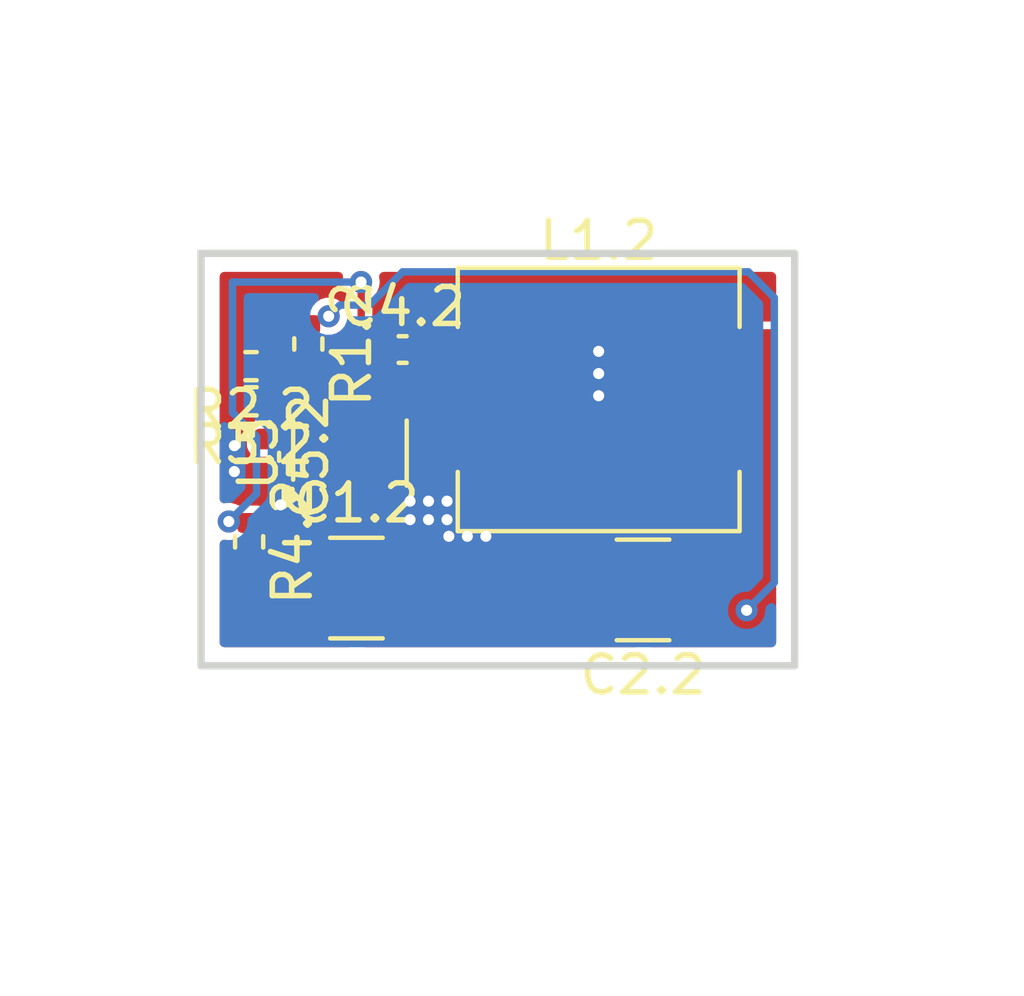
<source format=kicad_pcb>
(kicad_pcb (version 20240108) (generator "pcbnew") (generator_version "8.0")
  (layers (0 "F.Cu" signal) (31 "B.Cu" signal) (34 "B.Paste" user) (35 "F.Paste" user) (36 "B.SilkS" user "B.Silkscreen") (37 "F.SilkS" user "F.Silkscreen") (38 "B.Mask" user) (39 "F.Mask" user) (44 "Edge.Cuts" user))
  (net 0 "")
  (net 1 "GND")
  (net 2 "VIN")
  (net 3 "EN{slash}SYNC")
  (net 4 "VOUT")
  (net 5 "Net-(U1-SW)")
  (net 6 "Net-(U1-BST)")
  (net 7 "Net-(U1-VCC)")
  (net 8 "Net-(U1-FB)")
  (footprint "Inductor_SMD:L_KOHERelec_MDA7030" (layer "F.Cu") (at 158 92.55)
    (property "Reference" "L1.2" (at 0 -4.3 0) (layer "F.SilkS"))
    (property "Value" "4.7uH")
    (fp_line (start -3.81 -3.56) (end -3.81 -1.96) (stroke (width 0.12)) (layer "F.SilkS"))
    (fp_line (start -3.81 -3.56) (end 3.81 -3.56) (stroke (width 0.12)) (layer "F.SilkS"))
    (fp_line (start -3.81 3.56) (end -3.81 1.96) (stroke (width 0.12)) (layer "F.SilkS"))
    (fp_line (start -3.81 3.56) (end 3.81 3.56) (stroke (width 0.12)) (layer "F.SilkS"))
    (fp_line (start 3.81 -3.56) (end 3.81 -1.96) (stroke (width 0.12)) (layer "F.SilkS"))
    (fp_line (start 3.81 3.56) (end 3.81 1.96) (stroke (width 0.12)) (layer "F.SilkS"))
    (pad "1" smd roundrect (at -2.85 0) (size 2.3 3.4) (layers "F.Cu" "F.Paste" "F.Mask") (roundrect_rratio 0.108696) (net 5 "Net-(U1-SW)"))
    (pad "2" smd roundrect (at 2.85 0) (size 2.3 3.4) (layers "F.Cu" "F.Paste" "F.Mask") (roundrect_rratio 0.108696) (net 4 "VOUT"))
  )
  (footprint "Resistor_SMD:R_0402_1005Metric" (layer "F.Cu") (at 148.6 91.65 180)
    (property "Reference" "R2.2" (at 0 -1.17 180) (layer "F.SilkS"))
    (property "Value" "8.87K")
    (fp_line (start -0.153641 0.38) (end 0.153641 0.38) (stroke (width 0.12)) (layer "F.SilkS"))
    (fp_line (start -0.153641 -0.38) (end 0.153641 -0.38) (stroke (width 0.12)) (layer "F.SilkS"))
    (pad "1" smd roundrect (at -0.51 0 180) (size 0.54 0.64) (layers "F.Cu" "F.Paste" "F.Mask") (net 8 "Net-(U1-FB)"))
    (pad "2" smd roundrect (at 0.51 0 180) (size 0.54 0.64) (layers "F.Cu" "F.Paste" "F.Mask") (net 1 "GND"))
  )
  (footprint "Capacitor_SMD:C_1210_3225Metric" (layer "F.Cu") (at 159.2 97.7 180)
    (property "Reference" "C2.2" (at 0 -2.3 0) (layer "F.SilkS"))
    (property "Value" "22uF")
    (fp_line (start -0.711252 1.36) (end 0.711252 1.36) (stroke (width 0.12)) (layer "F.SilkS"))
    (fp_line (start -0.711252 -1.36) (end 0.711252 -1.36) (stroke (width 0.12)) (layer "F.SilkS"))
    (pad "1" smd roundrect (at -1.475 0 180) (size 1.15 2.7) (layers "F.Cu" "F.Paste" "F.Mask") (roundrect_rratio 0.217391) (net 4 "VOUT"))
    (pad "2" smd roundrect (at 1.475 0 180) (size 1.15 2.7) (layers "F.Cu" "F.Paste" "F.Mask") (roundrect_rratio 0.217391) (net 1 "GND"))
  )
  (footprint "Resistor_SMD:R_0402_1005Metric" (layer "F.Cu") (at 150.15 91.05 -90)
    (property "Reference" "R1.2" (at 0 -1.17 90) (layer "F.SilkS"))
    (property "Value" "40.2K")
    (fp_line (start -0.153641 0.38) (end 0.153641 0.38) (stroke (width 0.12)) (layer "F.SilkS"))
    (fp_line (start -0.153641 -0.38) (end 0.153641 -0.38) (stroke (width 0.12)) (layer "F.SilkS"))
    (pad "1" smd roundrect (at -0.51 0 270) (size 0.54 0.64) (layers "F.Cu" "F.Paste" "F.Mask") (net 4 "VOUT"))
    (pad "2" smd roundrect (at 0.51 0 270) (size 0.54 0.64) (layers "F.Cu" "F.Paste" "F.Mask") (net 8 "Net-(U1-FB)"))
  )
  (footprint "Resistor_SMD:R_0402_1005Metric" (layer "F.Cu") (at 148.55 96.4 -90)
    (property "Reference" "R4.2" (at 0 -1.17 90) (layer "F.SilkS"))
    (property "Value" "40.2K")
    (fp_line (start -0.153641 0.38) (end 0.153641 0.38) (stroke (width 0.12)) (layer "F.SilkS"))
    (fp_line (start -0.153641 -0.38) (end 0.153641 -0.38) (stroke (width 0.12)) (layer "F.SilkS"))
    (pad "1" smd roundrect (at -0.51 0 270) (size 0.54 0.64) (layers "F.Cu" "F.Paste" "F.Mask") (net 3 "EN{slash}SYNC"))
    (pad "2" smd roundrect (at 0.51 0 270) (size 0.54 0.64) (layers "F.Cu" "F.Paste" "F.Mask") (net 2 "VIN"))
  )
  (footprint "Resistor_SMD:R_0402_1005Metric" (layer "F.Cu") (at 148.6 92.6 180)
    (property "Reference" "R3.2" (at 0 -1.17 0) (layer "F.SilkS"))
    (property "Value" "4K")
    (fp_line (start -0.153641 0.38) (end 0.153641 0.38) (stroke (width 0.12)) (layer "F.SilkS"))
    (fp_line (start -0.153641 -0.38) (end 0.153641 -0.38) (stroke (width 0.12)) (layer "F.SilkS"))
    (pad "1" smd roundrect (at -0.51 0 180) (size 0.54 0.64) (layers "F.Cu" "F.Paste" "F.Mask") (net 8 "Net-(U1-FB)"))
    (pad "2" smd roundrect (at 0.51 0 180) (size 0.54 0.64) (layers "F.Cu" "F.Paste" "F.Mask") (net 1 "GND"))
  )
  (footprint "Package_TO_SOT_SMD:TSOT-23-8_HandSoldering" (layer "F.Cu") (at 151.25 94 90)
    (property "Reference" "U3" (at 0 -2.45 90) (layer "F.SilkS"))
    (property "Value" "~")
    (fp_line (start 0.08 -1.51) (end 0.88 -1.51) (stroke (width 0.12)) (layer "F.SilkS"))
    (fp_line (start 0.08 -1.51) (end -0.72 -1.51) (stroke (width 0.12)) (layer "F.SilkS"))
    (fp_line (start -0.88 1.56) (end 0.88 1.56) (stroke (width 0.12)) (layer "F.SilkS"))
    (fp_poly (pts (xy -1.22 -1.435) (xy -1.46 -1.765) (xy -0.98 -1.765) (xy -1.22 -1.435)) (stroke (width 0.12)) (fill solid) (layer "F.SilkS"))
    (pad "1" smd roundrect (at -1.355 -0.97 90) (size 1.29 0.4) (layers "F.Cu" "F.Paste" "F.Mask") (net 1 "GND"))
    (pad "2" smd roundrect (at -1.355 -0.33 90) (size 1.29 0.4) (layers "F.Cu" "F.Paste" "F.Mask") (net 2 "VIN"))
    (pad "3" smd roundrect (at -1.355 0.33 90) (size 1.29 0.4) (layers "F.Cu" "F.Paste" "F.Mask") (net 5 "Net-(U1-SW)"))
    (pad "4" smd roundrect (at -1.355 0.97 90) (size 1.29 0.4) (layers "F.Cu" "F.Paste" "F.Mask") (net 1 "GND"))
    (pad "5" smd roundrect (at 1.355 0.97 90) (size 1.29 0.4) (layers "F.Cu" "F.Paste" "F.Mask") (net 6 "Net-(U1-BST)"))
    (pad "6" smd roundrect (at 1.355 0.33 90) (size 1.29 0.4) (layers "F.Cu" "F.Paste" "F.Mask") (net 3 "EN{slash}SYNC"))
    (pad "7" smd roundrect (at 1.355 -0.33 90) (size 1.29 0.4) (layers "F.Cu" "F.Paste" "F.Mask") (net 7 "Net-(U1-VCC)"))
    (pad "8" smd roundrect (at 1.355 -0.97 90) (size 1.29 0.4) (layers "F.Cu" "F.Paste" "F.Mask") (net 8 "Net-(U1-FB)"))
  )
  (footprint "Capacitor_SMD:C_1210_3225Metric" (layer "F.Cu") (at 151.45 97.65)
    (property "Reference" "C1.2" (at 0 -2.3 0) (layer "F.SilkS"))
    (property "Value" "22uF")
    (fp_line (start -0.711252 -1.36) (end 0.711252 -1.36) (stroke (width 0.12)) (layer "F.SilkS"))
    (fp_line (start -0.711252 1.36) (end 0.711252 1.36) (stroke (width 0.12)) (layer "F.SilkS"))
    (pad "1" smd roundrect (at -1.475 0) (size 1.15 2.7) (layers "F.Cu" "F.Paste" "F.Mask") (roundrect_rratio 0.217391) (net 2 "VIN"))
    (pad "2" smd roundrect (at 1.475 0) (size 1.15 2.7) (layers "F.Cu" "F.Paste" "F.Mask") (roundrect_rratio 0.217391) (net 1 "GND"))
  )
  (footprint "Capacitor_SMD:C_0402_1005Metric" (layer "F.Cu") (at 152.7 91.2)
    (property "Reference" "C4.2" (at 0 -1.16 0) (layer "F.SilkS"))
    (property "Value" "0.1uF")
    (fp_line (start -0.107836 -0.36) (end 0.107836 -0.36) (stroke (width 0.12)) (layer "F.SilkS"))
    (fp_line (start -0.107836 0.36) (end 0.107836 0.36) (stroke (width 0.12)) (layer "F.SilkS"))
    (pad "1" smd roundrect (at -0.48 0) (size 0.56 0.62) (layers "F.Cu" "F.Paste" "F.Mask") (net 6 "Net-(U1-BST)"))
    (pad "2" smd roundrect (at 0.48 0) (size 0.56 0.62) (layers "F.Cu" "F.Paste" "F.Mask") (net 5 "Net-(U1-SW)"))
  )
  (footprint "Capacitor_SMD:C_0402_1005Metric" (layer "F.Cu") (at 149 94.1 -90)
    (property "Reference" "C5.2" (at 0 -1.16 90) (layer "F.SilkS"))
    (property "Value" "0.1uF")
    (fp_line (start -0.107836 0.36) (end 0.107836 0.36) (stroke (width 0.12)) (layer "F.SilkS"))
    (fp_line (start -0.107836 -0.36) (end 0.107836 -0.36) (stroke (width 0.12)) (layer "F.SilkS"))
    (pad "1" smd roundrect (at -0.48 0 270) (size 0.56 0.62) (layers "F.Cu" "F.Paste" "F.Mask") (net 7 "Net-(U1-VCC)"))
    (pad "2" smd roundrect (at 0.48 0 270) (size 0.56 0.62) (layers "F.Cu" "F.Paste" "F.Mask") (net 1 "GND"))
  )
  (gr_rect (start 147.25 88.6) (end 163.3 99.75) (stroke (width 0.2)) (fill none) (layer "Edge.Cuts"))
  (segment (start 152.475 98.25) (end 153.05 98.25) (width 0.2) (layer "F.Cu") (net 1))
  (via (at 149.4 95.4) (size 0.6) (drill 0.3) (layers "F.Cu" "B.Cu") (net 1))
  (via (at 152.9 95.8) (size 0.6) (drill 0.3) (layers "F.Cu" "B.Cu") (net 1))
  (via (at 148.15 93.8) (size 0.6) (drill 0.3) (layers "F.Cu" "B.Cu") (net 1))
  (via (at 153.95 96.25) (size 0.6) (drill 0.3) (layers "F.Cu" "B.Cu") (net 1))
  (via (at 154.95 96.25) (size 0.6) (drill 0.3) (layers "F.Cu" "B.Cu") (net 1))
  (via (at 158 92.45) (size 0.6) (drill 0.3) (layers "F.Cu" "B.Cu") (net 1))
  (via (at 152.9 95.3) (size 0.6) (drill 0.3) (layers "F.Cu" "B.Cu") (net 1))
  (via (at 153.9 95.8) (size 0.6) (drill 0.3) (layers "F.Cu" "B.Cu") (net 1))
  (via (at 158 91.85) (size 0.6) (drill 0.3) (layers "F.Cu" "B.Cu") (net 1))
  (via (at 153.9 95.3) (size 0.6) (drill 0.3) (layers "F.Cu" "B.Cu") (net 1))
  (via (at 148.15 94.5) (size 0.6) (drill 0.3) (layers "F.Cu" "B.Cu") (net 1))
  (via (at 154.45 96.25) (size 0.6) (drill 0.3) (layers "F.Cu" "B.Cu") (net 1))
  (via (at 158 91.25) (size 0.6) (drill 0.3) (layers "F.Cu" "B.Cu") (net 1))
  (via (at 153.4 95.3) (size 0.6) (drill 0.3) (layers "F.Cu" "B.Cu") (net 1))
  (via (at 153.4 95.8) (size 0.6) (drill 0.3) (layers "F.Cu" "B.Cu") (net 1))
  (segment (start 151.58 89.38) (end 151.58 92.645) (width 0.2) (layer "F.Cu") (net 3))
  (segment (start 151.575735 89.375735) (end 151.58 89.38) (width 0.2) (layer "F.Cu") (net 3))
  (via (at 151.575735 89.375735) (size 0.6) (drill 0.3) (layers "F.Cu" "B.Cu") (net 3))
  (via (at 148 95.85) (size 0.6) (drill 0.3) (layers "F.Cu" "B.Cu") (net 3))
  (segment (start 148.75 95.1) (end 148.75 93.551471) (width 0.2) (layer "B.Cu") (net 3))
  (segment (start 148 95.85) (end 148.75 95.1) (width 0.2) (layer "B.Cu") (net 3))
  (segment (start 148.75 93.551471) (end 148.1 92.901471) (width 0.2) (layer "B.Cu") (net 3))
  (segment (start 148.1 89.375735) (end 151.575735 89.375735) (width 0.2) (layer "B.Cu") (net 3))
  (segment (start 148.1 92.901471) (end 148.1 89.375735) (width 0.2) (layer "B.Cu") (net 3))
  (via (at 150.7 90.3) (size 0.6) (drill 0.3) (layers "F.Cu" "B.Cu") (net 4))
  (via (at 162 98.25) (size 0.6) (drill 0.3) (layers "F.Cu" "B.Cu") (net 4))
  (segment (start 162.75 97.5) (end 162 98.25) (width 0.2) (layer "B.Cu") (net 4))
  (segment (start 150.7 90.3) (end 151 90) (width 0.2) (layer "B.Cu") (net 4))
  (segment (start 152.7 89.1) (end 162.05 89.1) (width 0.2) (layer "B.Cu") (net 4))
  (segment (start 162.75 89.8) (end 162.75 97.5) (width 0.2) (layer "B.Cu") (net 4))
  (segment (start 151.8 90) (end 152.7 89.1) (width 0.2) (layer "B.Cu") (net 4))
  (segment (start 162.05 89.1) (end 162.75 89.8) (width 0.2) (layer "B.Cu") (net 4))
  (segment (start 151 90) (end 151.8 90) (width 0.2) (layer "B.Cu") (net 4))
  (segment (start 152.22 92.645) (end 152.22 91.2) (width 0.2) (layer "F.Cu") (net 6))
  (segment (start 150.92 93.289999) (end 150.92 92.645) (width 0.2) (layer "F.Cu") (net 7))
  (segment (start 150.589999 93.62) (end 150.92 93.289999) (width 0.2) (layer "F.Cu") (net 7))
  (segment (start 149 93.62) (end 150.589999 93.62) (width 0.2) (layer "F.Cu") (net 7))
  (segment (start 149.155 92.645) (end 149.11 92.6) (width 0.2) (layer "F.Cu") (net 8))
  (segment (start 150.28 91.69) (end 150.15 91.56) (width 0.2) (layer "F.Cu") (net 8))
  (segment (start 150.06 91.65) (end 150.15 91.56) (width 0.2) (layer "F.Cu") (net 8))
  (segment (start 150.28 92.645) (end 149.155 92.645) (width 0.2) (layer "F.Cu") (net 8))
  (segment (start 149.11 91.65) (end 150.06 91.65) (width 0.2) (layer "F.Cu") (net 8))
  (segment (start 149.11 92.6) (end 149.11 91.65) (width 0.2) (layer "F.Cu") (net 8))
  (segment (start 150.28 92.645) (end 150.28 91.69) (width 0.2) (layer "F.Cu") (net 8))
  (zone (net 4) (net_name "VOUT") (layer "F.Cu") (priority 2) (connect_pads yes (clearance 0.01)) (min_thickness 0.254) (fill yes (thermal_gap 0.508) (thermal_bridge_width 0.508) (island_removal_mode 1) (island_area_min 10))
    (polygon (pts (xy 163.3 90.65) (xy 163.3 96.9) (xy 163.3 99.7) (xy 159.3 99.8) (xy 159.3 96.6) (xy 159.5 95.95) (xy 159.5 90.65)))
  )
  (zone (net 5) (net_name "Net-(U1-SW)") (layer "F.Cu") (priority 1) (connect_pads yes (clearance 0.01)) (min_thickness 0.254) (fill yes (thermal_gap 0.508) (thermal_bridge_width 0.508) (island_removal_mode 1) (island_area_min 10))
    (polygon (pts (xy 151 94.5) (xy 151 94) (xy 151.4 93.5) (xy 152.5 93.5) (xy 152.9 93.1) (xy 152.9 90.65) (xy 156.5 90.65) (xy 156.5 94.8) (xy 152.2 94.8) (xy 151.9 96.1) (xy 151.35 96.1) (xy 151.35 94.8)))
  )
  (zone (net 2) (net_name "VIN") (layer "F.Cu") (priority 3) (connect_pads yes (clearance 0.01)) (min_thickness 0.254) (fill yes (thermal_gap 0.508) (thermal_bridge_width 0.508) (island_removal_mode 1) (island_area_min 10))
    (polygon (pts (xy 147.2 99.7) (xy 151.35 99.7) (xy 151.35 96.25) (xy 151.15 96.1) (xy 151.15 94.8) (xy 150.7 94.8) (xy 150.7 95.95) (xy 150.4 96.25) (xy 148.5 96.25) (xy 148 96.25) (xy 147.2 96.25)))
  )
  (zone (net 1) (net_name "GND") (layers "F&B.Cu") (connect_pads yes (clearance 0.01)) (min_thickness 0.254) (fill yes (thermal_gap 0.508) (thermal_bridge_width 0.508) (island_removal_mode 1) (island_area_min 10))
    (polygon (pts (xy 169.5 108.674) (xy 141.814 108.674) (xy 141.814 81.75) (xy 169.5 81.75)))
  )
)
</source>
